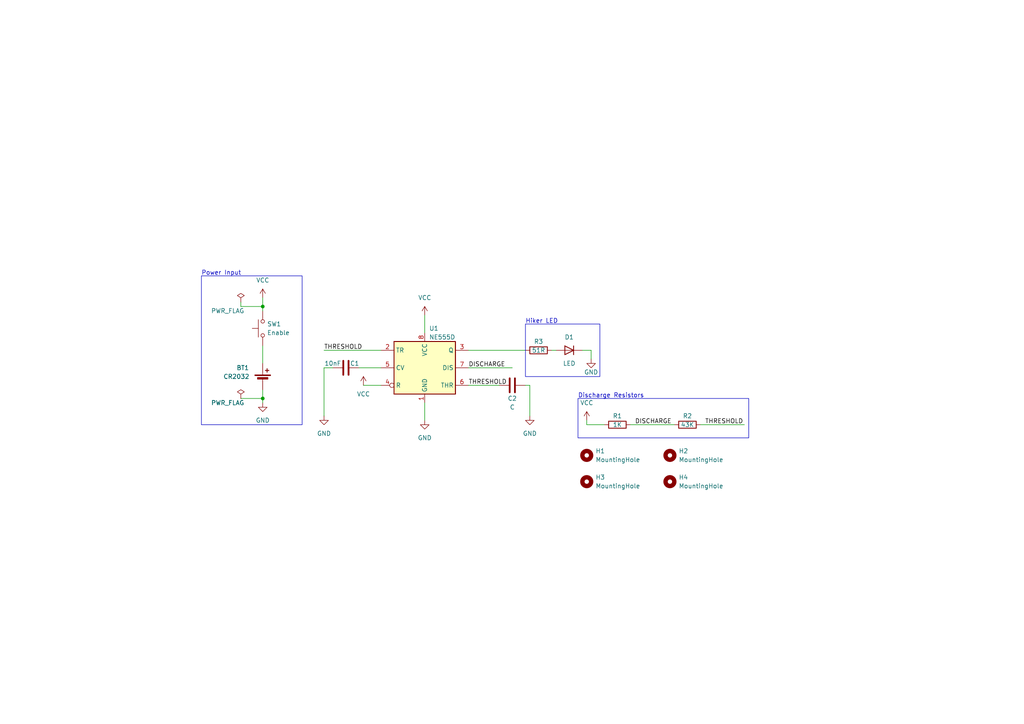
<source format=kicad_sch>
(kicad_sch (version 20230121) (generator eeschema)

  (uuid f8c4f026-262c-4bf8-b55b-be60c602777d)

  (paper "A4")

  (lib_symbols
    (symbol "Device:Battery_Cell" (pin_numbers hide) (pin_names (offset 0) hide) (in_bom yes) (on_board yes)
      (property "Reference" "BT" (at 2.54 2.54 0)
        (effects (font (size 1.27 1.27)) (justify left))
      )
      (property "Value" "Battery_Cell" (at 2.54 0 0)
        (effects (font (size 1.27 1.27)) (justify left))
      )
      (property "Footprint" "" (at 0 1.524 90)
        (effects (font (size 1.27 1.27)) hide)
      )
      (property "Datasheet" "~" (at 0 1.524 90)
        (effects (font (size 1.27 1.27)) hide)
      )
      (property "ki_keywords" "battery cell" (at 0 0 0)
        (effects (font (size 1.27 1.27)) hide)
      )
      (property "ki_description" "Single-cell battery" (at 0 0 0)
        (effects (font (size 1.27 1.27)) hide)
      )
      (symbol "Battery_Cell_0_1"
        (rectangle (start -2.286 1.778) (end 2.286 1.524)
          (stroke (width 0) (type default))
          (fill (type outline))
        )
        (rectangle (start -1.524 1.016) (end 1.524 0.508)
          (stroke (width 0) (type default))
          (fill (type outline))
        )
        (polyline
          (pts
            (xy 0 0.762)
            (xy 0 0)
          )
          (stroke (width 0) (type default))
          (fill (type none))
        )
        (polyline
          (pts
            (xy 0 1.778)
            (xy 0 2.54)
          )
          (stroke (width 0) (type default))
          (fill (type none))
        )
        (polyline
          (pts
            (xy 0.762 3.048)
            (xy 1.778 3.048)
          )
          (stroke (width 0.254) (type default))
          (fill (type none))
        )
        (polyline
          (pts
            (xy 1.27 3.556)
            (xy 1.27 2.54)
          )
          (stroke (width 0.254) (type default))
          (fill (type none))
        )
      )
      (symbol "Battery_Cell_1_1"
        (pin passive line (at 0 5.08 270) (length 2.54)
          (name "+" (effects (font (size 1.27 1.27))))
          (number "1" (effects (font (size 1.27 1.27))))
        )
        (pin passive line (at 0 -2.54 90) (length 2.54)
          (name "-" (effects (font (size 1.27 1.27))))
          (number "2" (effects (font (size 1.27 1.27))))
        )
      )
    )
    (symbol "Device:C" (pin_numbers hide) (pin_names (offset 0.254)) (in_bom yes) (on_board yes)
      (property "Reference" "C" (at 0.635 2.54 0)
        (effects (font (size 1.27 1.27)) (justify left))
      )
      (property "Value" "C" (at 0.635 -2.54 0)
        (effects (font (size 1.27 1.27)) (justify left))
      )
      (property "Footprint" "" (at 0.9652 -3.81 0)
        (effects (font (size 1.27 1.27)) hide)
      )
      (property "Datasheet" "~" (at 0 0 0)
        (effects (font (size 1.27 1.27)) hide)
      )
      (property "ki_keywords" "cap capacitor" (at 0 0 0)
        (effects (font (size 1.27 1.27)) hide)
      )
      (property "ki_description" "Unpolarized capacitor" (at 0 0 0)
        (effects (font (size 1.27 1.27)) hide)
      )
      (property "ki_fp_filters" "C_*" (at 0 0 0)
        (effects (font (size 1.27 1.27)) hide)
      )
      (symbol "C_0_1"
        (polyline
          (pts
            (xy -2.032 -0.762)
            (xy 2.032 -0.762)
          )
          (stroke (width 0.508) (type default))
          (fill (type none))
        )
        (polyline
          (pts
            (xy -2.032 0.762)
            (xy 2.032 0.762)
          )
          (stroke (width 0.508) (type default))
          (fill (type none))
        )
      )
      (symbol "C_1_1"
        (pin passive line (at 0 3.81 270) (length 2.794)
          (name "~" (effects (font (size 1.27 1.27))))
          (number "1" (effects (font (size 1.27 1.27))))
        )
        (pin passive line (at 0 -3.81 90) (length 2.794)
          (name "~" (effects (font (size 1.27 1.27))))
          (number "2" (effects (font (size 1.27 1.27))))
        )
      )
    )
    (symbol "Device:D" (pin_numbers hide) (pin_names (offset 1.016) hide) (in_bom yes) (on_board yes)
      (property "Reference" "D" (at 0 2.54 0)
        (effects (font (size 1.27 1.27)))
      )
      (property "Value" "D" (at 0 -2.54 0)
        (effects (font (size 1.27 1.27)))
      )
      (property "Footprint" "" (at 0 0 0)
        (effects (font (size 1.27 1.27)) hide)
      )
      (property "Datasheet" "~" (at 0 0 0)
        (effects (font (size 1.27 1.27)) hide)
      )
      (property "Sim.Device" "D" (at 0 0 0)
        (effects (font (size 1.27 1.27)) hide)
      )
      (property "Sim.Pins" "1=K 2=A" (at 0 0 0)
        (effects (font (size 1.27 1.27)) hide)
      )
      (property "ki_keywords" "diode" (at 0 0 0)
        (effects (font (size 1.27 1.27)) hide)
      )
      (property "ki_description" "Diode" (at 0 0 0)
        (effects (font (size 1.27 1.27)) hide)
      )
      (property "ki_fp_filters" "TO-???* *_Diode_* *SingleDiode* D_*" (at 0 0 0)
        (effects (font (size 1.27 1.27)) hide)
      )
      (symbol "D_0_1"
        (polyline
          (pts
            (xy -1.27 1.27)
            (xy -1.27 -1.27)
          )
          (stroke (width 0.254) (type default))
          (fill (type none))
        )
        (polyline
          (pts
            (xy 1.27 0)
            (xy -1.27 0)
          )
          (stroke (width 0) (type default))
          (fill (type none))
        )
        (polyline
          (pts
            (xy 1.27 1.27)
            (xy 1.27 -1.27)
            (xy -1.27 0)
            (xy 1.27 1.27)
          )
          (stroke (width 0.254) (type default))
          (fill (type none))
        )
      )
      (symbol "D_1_1"
        (pin passive line (at -3.81 0 0) (length 2.54)
          (name "K" (effects (font (size 1.27 1.27))))
          (number "1" (effects (font (size 1.27 1.27))))
        )
        (pin passive line (at 3.81 0 180) (length 2.54)
          (name "A" (effects (font (size 1.27 1.27))))
          (number "2" (effects (font (size 1.27 1.27))))
        )
      )
    )
    (symbol "Device:R" (pin_numbers hide) (pin_names (offset 0)) (in_bom yes) (on_board yes)
      (property "Reference" "R" (at 2.032 0 90)
        (effects (font (size 1.27 1.27)))
      )
      (property "Value" "R" (at 0 0 90)
        (effects (font (size 1.27 1.27)))
      )
      (property "Footprint" "" (at -1.778 0 90)
        (effects (font (size 1.27 1.27)) hide)
      )
      (property "Datasheet" "~" (at 0 0 0)
        (effects (font (size 1.27 1.27)) hide)
      )
      (property "ki_keywords" "R res resistor" (at 0 0 0)
        (effects (font (size 1.27 1.27)) hide)
      )
      (property "ki_description" "Resistor" (at 0 0 0)
        (effects (font (size 1.27 1.27)) hide)
      )
      (property "ki_fp_filters" "R_*" (at 0 0 0)
        (effects (font (size 1.27 1.27)) hide)
      )
      (symbol "R_0_1"
        (rectangle (start -1.016 -2.54) (end 1.016 2.54)
          (stroke (width 0.254) (type default))
          (fill (type none))
        )
      )
      (symbol "R_1_1"
        (pin passive line (at 0 3.81 270) (length 1.27)
          (name "~" (effects (font (size 1.27 1.27))))
          (number "1" (effects (font (size 1.27 1.27))))
        )
        (pin passive line (at 0 -3.81 90) (length 1.27)
          (name "~" (effects (font (size 1.27 1.27))))
          (number "2" (effects (font (size 1.27 1.27))))
        )
      )
    )
    (symbol "Mechanical:MountingHole" (pin_names (offset 1.016)) (in_bom yes) (on_board yes)
      (property "Reference" "H" (at 0 5.08 0)
        (effects (font (size 1.27 1.27)))
      )
      (property "Value" "MountingHole" (at 0 3.175 0)
        (effects (font (size 1.27 1.27)))
      )
      (property "Footprint" "" (at 0 0 0)
        (effects (font (size 1.27 1.27)) hide)
      )
      (property "Datasheet" "~" (at 0 0 0)
        (effects (font (size 1.27 1.27)) hide)
      )
      (property "ki_keywords" "mounting hole" (at 0 0 0)
        (effects (font (size 1.27 1.27)) hide)
      )
      (property "ki_description" "Mounting Hole without connection" (at 0 0 0)
        (effects (font (size 1.27 1.27)) hide)
      )
      (property "ki_fp_filters" "MountingHole*" (at 0 0 0)
        (effects (font (size 1.27 1.27)) hide)
      )
      (symbol "MountingHole_0_1"
        (circle (center 0 0) (radius 1.27)
          (stroke (width 1.27) (type default))
          (fill (type none))
        )
      )
    )
    (symbol "Switch:SW_Push" (pin_numbers hide) (pin_names (offset 1.016) hide) (in_bom yes) (on_board yes)
      (property "Reference" "SW" (at 1.27 2.54 0)
        (effects (font (size 1.27 1.27)) (justify left))
      )
      (property "Value" "SW_Push" (at 0 -1.524 0)
        (effects (font (size 1.27 1.27)))
      )
      (property "Footprint" "" (at 0 5.08 0)
        (effects (font (size 1.27 1.27)) hide)
      )
      (property "Datasheet" "~" (at 0 5.08 0)
        (effects (font (size 1.27 1.27)) hide)
      )
      (property "ki_keywords" "switch normally-open pushbutton push-button" (at 0 0 0)
        (effects (font (size 1.27 1.27)) hide)
      )
      (property "ki_description" "Push button switch, generic, two pins" (at 0 0 0)
        (effects (font (size 1.27 1.27)) hide)
      )
      (symbol "SW_Push_0_1"
        (circle (center -2.032 0) (radius 0.508)
          (stroke (width 0) (type default))
          (fill (type none))
        )
        (polyline
          (pts
            (xy 0 1.27)
            (xy 0 3.048)
          )
          (stroke (width 0) (type default))
          (fill (type none))
        )
        (polyline
          (pts
            (xy 2.54 1.27)
            (xy -2.54 1.27)
          )
          (stroke (width 0) (type default))
          (fill (type none))
        )
        (circle (center 2.032 0) (radius 0.508)
          (stroke (width 0) (type default))
          (fill (type none))
        )
        (pin passive line (at -5.08 0 0) (length 2.54)
          (name "1" (effects (font (size 1.27 1.27))))
          (number "1" (effects (font (size 1.27 1.27))))
        )
        (pin passive line (at 5.08 0 180) (length 2.54)
          (name "2" (effects (font (size 1.27 1.27))))
          (number "2" (effects (font (size 1.27 1.27))))
        )
      )
    )
    (symbol "Timer:NE555D" (in_bom yes) (on_board yes)
      (property "Reference" "U" (at -10.16 8.89 0)
        (effects (font (size 1.27 1.27)) (justify left))
      )
      (property "Value" "NE555D" (at 2.54 8.89 0)
        (effects (font (size 1.27 1.27)) (justify left))
      )
      (property "Footprint" "Package_SO:SOIC-8_3.9x4.9mm_P1.27mm" (at 21.59 -10.16 0)
        (effects (font (size 1.27 1.27)) hide)
      )
      (property "Datasheet" "http://www.ti.com/lit/ds/symlink/ne555.pdf" (at 21.59 -10.16 0)
        (effects (font (size 1.27 1.27)) hide)
      )
      (property "ki_keywords" "single timer 555" (at 0 0 0)
        (effects (font (size 1.27 1.27)) hide)
      )
      (property "ki_description" "Precision Timers, 555 compatible, SOIC-8" (at 0 0 0)
        (effects (font (size 1.27 1.27)) hide)
      )
      (property "ki_fp_filters" "SOIC*3.9x4.9mm*P1.27mm*" (at 0 0 0)
        (effects (font (size 1.27 1.27)) hide)
      )
      (symbol "NE555D_0_0"
        (pin power_in line (at 0 -10.16 90) (length 2.54)
          (name "GND" (effects (font (size 1.27 1.27))))
          (number "1" (effects (font (size 1.27 1.27))))
        )
        (pin power_in line (at 0 10.16 270) (length 2.54)
          (name "VCC" (effects (font (size 1.27 1.27))))
          (number "8" (effects (font (size 1.27 1.27))))
        )
      )
      (symbol "NE555D_0_1"
        (rectangle (start -8.89 -7.62) (end 8.89 7.62)
          (stroke (width 0.254) (type default))
          (fill (type background))
        )
        (rectangle (start -8.89 -7.62) (end 8.89 7.62)
          (stroke (width 0.254) (type default))
          (fill (type background))
        )
      )
      (symbol "NE555D_1_1"
        (pin input line (at -12.7 5.08 0) (length 3.81)
          (name "TR" (effects (font (size 1.27 1.27))))
          (number "2" (effects (font (size 1.27 1.27))))
        )
        (pin output line (at 12.7 5.08 180) (length 3.81)
          (name "Q" (effects (font (size 1.27 1.27))))
          (number "3" (effects (font (size 1.27 1.27))))
        )
        (pin input inverted (at -12.7 -5.08 0) (length 3.81)
          (name "R" (effects (font (size 1.27 1.27))))
          (number "4" (effects (font (size 1.27 1.27))))
        )
        (pin input line (at -12.7 0 0) (length 3.81)
          (name "CV" (effects (font (size 1.27 1.27))))
          (number "5" (effects (font (size 1.27 1.27))))
        )
        (pin input line (at 12.7 -5.08 180) (length 3.81)
          (name "THR" (effects (font (size 1.27 1.27))))
          (number "6" (effects (font (size 1.27 1.27))))
        )
        (pin input line (at 12.7 0 180) (length 3.81)
          (name "DIS" (effects (font (size 1.27 1.27))))
          (number "7" (effects (font (size 1.27 1.27))))
        )
      )
    )
    (symbol "power:GND" (power) (pin_names (offset 0)) (in_bom yes) (on_board yes)
      (property "Reference" "#PWR" (at 0 -6.35 0)
        (effects (font (size 1.27 1.27)) hide)
      )
      (property "Value" "GND" (at 0 -3.81 0)
        (effects (font (size 1.27 1.27)))
      )
      (property "Footprint" "" (at 0 0 0)
        (effects (font (size 1.27 1.27)) hide)
      )
      (property "Datasheet" "" (at 0 0 0)
        (effects (font (size 1.27 1.27)) hide)
      )
      (property "ki_keywords" "global power" (at 0 0 0)
        (effects (font (size 1.27 1.27)) hide)
      )
      (property "ki_description" "Power symbol creates a global label with name \"GND\" , ground" (at 0 0 0)
        (effects (font (size 1.27 1.27)) hide)
      )
      (symbol "GND_0_1"
        (polyline
          (pts
            (xy 0 0)
            (xy 0 -1.27)
            (xy 1.27 -1.27)
            (xy 0 -2.54)
            (xy -1.27 -1.27)
            (xy 0 -1.27)
          )
          (stroke (width 0) (type default))
          (fill (type none))
        )
      )
      (symbol "GND_1_1"
        (pin power_in line (at 0 0 270) (length 0) hide
          (name "GND" (effects (font (size 1.27 1.27))))
          (number "1" (effects (font (size 1.27 1.27))))
        )
      )
    )
    (symbol "power:PWR_FLAG" (power) (pin_numbers hide) (pin_names (offset 0) hide) (in_bom yes) (on_board yes)
      (property "Reference" "#FLG" (at 0 1.905 0)
        (effects (font (size 1.27 1.27)) hide)
      )
      (property "Value" "PWR_FLAG" (at 0 3.81 0)
        (effects (font (size 1.27 1.27)))
      )
      (property "Footprint" "" (at 0 0 0)
        (effects (font (size 1.27 1.27)) hide)
      )
      (property "Datasheet" "~" (at 0 0 0)
        (effects (font (size 1.27 1.27)) hide)
      )
      (property "ki_keywords" "flag power" (at 0 0 0)
        (effects (font (size 1.27 1.27)) hide)
      )
      (property "ki_description" "Special symbol for telling ERC where power comes from" (at 0 0 0)
        (effects (font (size 1.27 1.27)) hide)
      )
      (symbol "PWR_FLAG_0_0"
        (pin power_out line (at 0 0 90) (length 0)
          (name "pwr" (effects (font (size 1.27 1.27))))
          (number "1" (effects (font (size 1.27 1.27))))
        )
      )
      (symbol "PWR_FLAG_0_1"
        (polyline
          (pts
            (xy 0 0)
            (xy 0 1.27)
            (xy -1.016 1.905)
            (xy 0 2.54)
            (xy 1.016 1.905)
            (xy 0 1.27)
          )
          (stroke (width 0) (type default))
          (fill (type none))
        )
      )
    )
    (symbol "power:VCC" (power) (pin_names (offset 0)) (in_bom yes) (on_board yes)
      (property "Reference" "#PWR" (at 0 -3.81 0)
        (effects (font (size 1.27 1.27)) hide)
      )
      (property "Value" "VCC" (at 0 3.81 0)
        (effects (font (size 1.27 1.27)))
      )
      (property "Footprint" "" (at 0 0 0)
        (effects (font (size 1.27 1.27)) hide)
      )
      (property "Datasheet" "" (at 0 0 0)
        (effects (font (size 1.27 1.27)) hide)
      )
      (property "ki_keywords" "global power" (at 0 0 0)
        (effects (font (size 1.27 1.27)) hide)
      )
      (property "ki_description" "Power symbol creates a global label with name \"VCC\"" (at 0 0 0)
        (effects (font (size 1.27 1.27)) hide)
      )
      (symbol "VCC_0_1"
        (polyline
          (pts
            (xy -0.762 1.27)
            (xy 0 2.54)
          )
          (stroke (width 0) (type default))
          (fill (type none))
        )
        (polyline
          (pts
            (xy 0 0)
            (xy 0 2.54)
          )
          (stroke (width 0) (type default))
          (fill (type none))
        )
        (polyline
          (pts
            (xy 0 2.54)
            (xy 0.762 1.27)
          )
          (stroke (width 0) (type default))
          (fill (type none))
        )
      )
      (symbol "VCC_1_1"
        (pin power_in line (at 0 0 90) (length 0) hide
          (name "VCC" (effects (font (size 1.27 1.27))))
          (number "1" (effects (font (size 1.27 1.27))))
        )
      )
    )
  )

  (junction (at 76.2 88.9) (diameter 0) (color 0 0 0 0)
    (uuid 61270358-d4b0-4307-b8db-eb842839dc9a)
  )
  (junction (at 76.2 115.57) (diameter 0) (color 0 0 0 0)
    (uuid f18c4b08-babc-4957-9a7c-6a76b7126d97)
  )

  (wire (pts (xy 105.41 111.76) (xy 110.49 111.76))
    (stroke (width 0) (type default))
    (uuid 0e4c643e-6348-495c-8b81-2121f472027d)
  )
  (wire (pts (xy 76.2 115.57) (xy 76.2 116.84))
    (stroke (width 0) (type default))
    (uuid 1e56bfae-dbc0-4eb6-8a3a-9f2868281849)
  )
  (wire (pts (xy 104.14 106.68) (xy 110.49 106.68))
    (stroke (width 0) (type default))
    (uuid 20b5456a-2384-4a68-931a-090ecab96d16)
  )
  (wire (pts (xy 76.2 86.36) (xy 76.2 88.9))
    (stroke (width 0) (type default))
    (uuid 29b00309-db6e-43bf-b05e-76ac350a5f64)
  )
  (wire (pts (xy 123.19 116.84) (xy 123.19 121.92))
    (stroke (width 0) (type default))
    (uuid 2acb41d3-61eb-4ba4-9c62-e8858f3030c4)
  )
  (wire (pts (xy 93.98 106.68) (xy 93.98 120.65))
    (stroke (width 0) (type default))
    (uuid 2bc823c3-02b8-41a4-9fe7-2ee2a3fc324e)
  )
  (wire (pts (xy 170.18 123.19) (xy 170.18 121.92))
    (stroke (width 0) (type default))
    (uuid 2c991b96-dccd-45f9-9d2e-a97f98d14caf)
  )
  (wire (pts (xy 76.2 88.9) (xy 76.2 90.17))
    (stroke (width 0) (type default))
    (uuid 39035f68-2c1c-45bd-b637-6f1035512eae)
  )
  (wire (pts (xy 171.45 101.6) (xy 171.45 104.14))
    (stroke (width 0) (type default))
    (uuid 391a40df-9b9c-4c1e-b4c0-351d1f332712)
  )
  (wire (pts (xy 152.4 111.76) (xy 153.67 111.76))
    (stroke (width 0) (type default))
    (uuid 3dfe17df-f0f0-448b-8cb7-06913adf7d14)
  )
  (wire (pts (xy 168.91 101.6) (xy 171.45 101.6))
    (stroke (width 0) (type default))
    (uuid 3e0b2313-1c80-4f95-aa9c-5de3c9306d2e)
  )
  (wire (pts (xy 93.98 101.6) (xy 110.49 101.6))
    (stroke (width 0) (type default))
    (uuid 3e18386f-577e-4e52-a027-a75987879f63)
  )
  (wire (pts (xy 76.2 113.03) (xy 76.2 115.57))
    (stroke (width 0) (type default))
    (uuid 5b680a24-9119-4b66-8334-209ebc5e7a61)
  )
  (wire (pts (xy 69.85 88.9) (xy 76.2 88.9))
    (stroke (width 0) (type default))
    (uuid 6249252f-e0f1-4d2b-a57e-b096670d4f46)
  )
  (wire (pts (xy 123.19 91.44) (xy 123.19 96.52))
    (stroke (width 0) (type default))
    (uuid 6421bbe6-b9db-4d7f-834d-a8dea35b69e9)
  )
  (wire (pts (xy 203.2 123.19) (xy 215.9 123.19))
    (stroke (width 0) (type default))
    (uuid 67064529-e6e3-4a79-b0ca-0ba1750f4c80)
  )
  (wire (pts (xy 135.89 106.68) (xy 148.59 106.68))
    (stroke (width 0) (type default))
    (uuid 711de052-5aaf-46eb-959d-6cf92dc9a268)
  )
  (wire (pts (xy 135.89 101.6) (xy 152.4 101.6))
    (stroke (width 0) (type default))
    (uuid 7cbcf237-a526-4a33-a6e2-ab229e6c8840)
  )
  (wire (pts (xy 160.02 101.6) (xy 161.29 101.6))
    (stroke (width 0) (type default))
    (uuid 92f1b834-b091-442b-b267-f792017edf84)
  )
  (wire (pts (xy 69.85 87.63) (xy 69.85 88.9))
    (stroke (width 0) (type default))
    (uuid a7751f33-2f7b-4633-b13c-a83ee375f5c4)
  )
  (wire (pts (xy 153.67 111.76) (xy 153.67 120.65))
    (stroke (width 0) (type default))
    (uuid ab3103b0-1167-4ad7-be3c-847d6b517bf5)
  )
  (wire (pts (xy 96.52 106.68) (xy 93.98 106.68))
    (stroke (width 0) (type default))
    (uuid bc842658-99fc-440c-98de-7e8ef4bb3459)
  )
  (wire (pts (xy 69.85 115.57) (xy 76.2 115.57))
    (stroke (width 0) (type default))
    (uuid c06d292e-304f-43b3-9421-826b8cf5268f)
  )
  (wire (pts (xy 76.2 100.33) (xy 76.2 105.41))
    (stroke (width 0) (type default))
    (uuid c87fbfd0-fea9-46f8-9b6b-0ce57a7793f6)
  )
  (wire (pts (xy 182.88 123.19) (xy 195.58 123.19))
    (stroke (width 0) (type default))
    (uuid ddb245bc-af19-4a7d-8c07-6503a7062258)
  )
  (wire (pts (xy 175.26 123.19) (xy 170.18 123.19))
    (stroke (width 0) (type default))
    (uuid def6d971-7a87-4189-a151-cca1ca0c50a4)
  )
  (wire (pts (xy 135.89 111.76) (xy 144.78 111.76))
    (stroke (width 0) (type default))
    (uuid ed867fd3-5852-4903-b7e3-36ce3b50525c)
  )

  (rectangle (start 167.64 115.57) (end 217.17 127)
    (stroke (width 0) (type default))
    (fill (type none))
    (uuid 1968f8da-3e40-4d3d-80ac-d1831bad69dc)
  )
  (rectangle (start 152.4 93.98) (end 173.99 109.22)
    (stroke (width 0) (type default))
    (fill (type none))
    (uuid d26b0d26-3709-48ce-bbb7-ef8c1a061164)
  )
  (rectangle (start 58.42 80.01) (end 87.63 123.19)
    (stroke (width 0) (type default))
    (fill (type none))
    (uuid eb373faf-cfb6-4167-80b3-94a3dd87b09e)
  )

  (text "Power Input" (at 58.42 80.01 0)
    (effects (font (size 1.27 1.27)) (justify left bottom))
    (uuid 66b79370-4391-47f5-a3a2-6da5bbd82171)
  )
  (text "Hiker LED\n" (at 152.4 93.98 0)
    (effects (font (size 1.27 1.27)) (justify left bottom))
    (uuid 9588c821-1b20-496f-8f22-53648da3c4c2)
  )
  (text "Discharge Resistors" (at 167.64 115.57 0)
    (effects (font (size 1.27 1.27)) (justify left bottom))
    (uuid a8e20ccf-4609-4eca-b7e4-634056a2b844)
  )

  (label "THRESHOLD" (at 204.47 123.19 0) (fields_autoplaced)
    (effects (font (size 1.27 1.27)) (justify left bottom))
    (uuid 205e27e3-3b0c-40c5-994c-99060e53f4f6)
  )
  (label "DISCHARGE" (at 184.15 123.19 0) (fields_autoplaced)
    (effects (font (size 1.27 1.27)) (justify left bottom))
    (uuid 39de820f-c986-46bf-b28b-a000a377e917)
  )
  (label "THRESHOLD" (at 93.98 101.6 0) (fields_autoplaced)
    (effects (font (size 1.27 1.27)) (justify left bottom))
    (uuid ca9b2381-54af-41d9-851d-b9967f915277)
  )
  (label "DISCHARGE" (at 135.89 106.68 0) (fields_autoplaced)
    (effects (font (size 1.27 1.27)) (justify left bottom))
    (uuid e8536610-8db9-48ad-a9b9-46dc3a9a7919)
  )
  (label "THRESHOLD" (at 135.89 111.76 0) (fields_autoplaced)
    (effects (font (size 1.27 1.27)) (justify left bottom))
    (uuid f3449a28-9d07-4022-b902-4a21069e2d8a)
  )

  (symbol (lib_id "Mechanical:MountingHole") (at 170.18 139.7 0) (unit 1)
    (in_bom yes) (on_board yes) (dnp no) (fields_autoplaced)
    (uuid 0ed0283d-c17d-4756-928d-b6df9d03c9d0)
    (property "Reference" "H3" (at 172.72 138.43 0)
      (effects (font (size 1.27 1.27)) (justify left))
    )
    (property "Value" "MountingHole" (at 172.72 140.97 0)
      (effects (font (size 1.27 1.27)) (justify left))
    )
    (property "Footprint" "MountingHole:MountingHole_3.2mm_M3" (at 170.18 139.7 0)
      (effects (font (size 1.27 1.27)) hide)
    )
    (property "Datasheet" "~" (at 170.18 139.7 0)
      (effects (font (size 1.27 1.27)) hide)
    )
    (instances
      (project "Chapter07"
        (path "/f8c4f026-262c-4bf8-b55b-be60c602777d"
          (reference "H3") (unit 1)
        )
      )
    )
  )

  (symbol (lib_id "Switch:SW_Push") (at 76.2 95.25 90) (unit 1)
    (in_bom yes) (on_board yes) (dnp no) (fields_autoplaced)
    (uuid 19f50415-eedb-4149-9a03-fbb3257a1ac5)
    (property "Reference" "SW1" (at 77.47 93.98 90)
      (effects (font (size 1.27 1.27)) (justify right))
    )
    (property "Value" "Enable" (at 77.47 96.52 90)
      (effects (font (size 1.27 1.27)) (justify right))
    )
    (property "Footprint" "Button_Switch_SMD:SW_Push_1P1T_XKB_TS-1187A" (at 71.12 95.25 0)
      (effects (font (size 1.27 1.27)) hide)
    )
    (property "Datasheet" "~" (at 71.12 95.25 0)
      (effects (font (size 1.27 1.27)) hide)
    )
    (pin "2" (uuid e894ff87-c31d-4d20-8102-cfdd1327a4b9))
    (pin "1" (uuid 3959251e-9270-42ff-893b-e147428c4143))
    (instances
      (project "Chapter07"
        (path "/f8c4f026-262c-4bf8-b55b-be60c602777d"
          (reference "SW1") (unit 1)
        )
      )
    )
  )

  (symbol (lib_id "Device:D") (at 165.1 101.6 0) (mirror y) (unit 1)
    (in_bom yes) (on_board yes) (dnp no)
    (uuid 1de1b23e-f8f5-4b7d-b9c5-b0a3924ff59a)
    (property "Reference" "D1" (at 165.1 97.79 0)
      (effects (font (size 1.27 1.27)))
    )
    (property "Value" "LED" (at 165.1 105.41 0)
      (effects (font (size 1.27 1.27)))
    )
    (property "Footprint" "LED_SMD:LED_0805_2012Metric" (at 165.1 101.6 0)
      (effects (font (size 1.27 1.27)) hide)
    )
    (property "Datasheet" "~" (at 165.1 101.6 0)
      (effects (font (size 1.27 1.27)) hide)
    )
    (property "Sim.Device" "D" (at 165.1 101.6 0)
      (effects (font (size 1.27 1.27)) hide)
    )
    (property "Sim.Pins" "1=K 2=A" (at 165.1 101.6 0)
      (effects (font (size 1.27 1.27)) hide)
    )
    (pin "1" (uuid d04bd813-7c2f-4fc3-8037-5de2a1218463))
    (pin "2" (uuid 12480560-e82f-48b0-a0a0-40c6366fb0da))
    (instances
      (project "Chapter07"
        (path "/f8c4f026-262c-4bf8-b55b-be60c602777d"
          (reference "D1") (unit 1)
        )
      )
    )
  )

  (symbol (lib_id "power:VCC") (at 123.19 91.44 0) (unit 1)
    (in_bom yes) (on_board yes) (dnp no)
    (uuid 1ffbe7b1-1ac9-4377-b5a0-dd19a444dc4c)
    (property "Reference" "#PWR05" (at 123.19 95.25 0)
      (effects (font (size 1.27 1.27)) hide)
    )
    (property "Value" "VCC" (at 123.19 86.36 0)
      (effects (font (size 1.27 1.27)))
    )
    (property "Footprint" "" (at 123.19 91.44 0)
      (effects (font (size 1.27 1.27)) hide)
    )
    (property "Datasheet" "" (at 123.19 91.44 0)
      (effects (font (size 1.27 1.27)) hide)
    )
    (pin "1" (uuid f05e91f0-fe07-4200-869f-23a04919a3c2))
    (instances
      (project "Chapter07"
        (path "/f8c4f026-262c-4bf8-b55b-be60c602777d"
          (reference "#PWR05") (unit 1)
        )
      )
    )
  )

  (symbol (lib_id "power:GND") (at 76.2 116.84 0) (unit 1)
    (in_bom yes) (on_board yes) (dnp no) (fields_autoplaced)
    (uuid 2b060f8b-4106-4609-b8f6-7b739d1672cc)
    (property "Reference" "#PWR02" (at 76.2 123.19 0)
      (effects (font (size 1.27 1.27)) hide)
    )
    (property "Value" "GND" (at 76.2 121.92 0)
      (effects (font (size 1.27 1.27)))
    )
    (property "Footprint" "" (at 76.2 116.84 0)
      (effects (font (size 1.27 1.27)) hide)
    )
    (property "Datasheet" "" (at 76.2 116.84 0)
      (effects (font (size 1.27 1.27)) hide)
    )
    (pin "1" (uuid 5bb5f3d4-e52f-4fb9-95a5-68e2b84ccab5))
    (instances
      (project "Chapter07"
        (path "/f8c4f026-262c-4bf8-b55b-be60c602777d"
          (reference "#PWR02") (unit 1)
        )
      )
    )
  )

  (symbol (lib_id "Device:Battery_Cell") (at 76.2 110.49 0) (unit 1)
    (in_bom yes) (on_board yes) (dnp no)
    (uuid 2ff3add1-ec7e-4a05-b335-9074f3b4e9e6)
    (property "Reference" "BT1" (at 68.58 106.68 0)
      (effects (font (size 1.27 1.27)) (justify left))
    )
    (property "Value" "CR2032" (at 64.77 109.22 0)
      (effects (font (size 1.27 1.27)) (justify left))
    )
    (property "Footprint" "Battery:BatteryHolder_Keystone_1060_1x2032" (at 76.2 108.966 90)
      (effects (font (size 1.27 1.27)) hide)
    )
    (property "Datasheet" "~" (at 76.2 108.966 90)
      (effects (font (size 1.27 1.27)) hide)
    )
    (pin "1" (uuid f7bb4be7-513a-4595-8afa-ed2550d56fe1))
    (pin "2" (uuid e682b573-37f5-46b5-abc2-41cb530d3480))
    (instances
      (project "Chapter07"
        (path "/f8c4f026-262c-4bf8-b55b-be60c602777d"
          (reference "BT1") (unit 1)
        )
      )
    )
  )

  (symbol (lib_id "Mechanical:MountingHole") (at 194.31 132.08 0) (unit 1)
    (in_bom yes) (on_board yes) (dnp no) (fields_autoplaced)
    (uuid 3b885791-6290-430d-8500-aab4a70c5140)
    (property "Reference" "H2" (at 196.85 130.81 0)
      (effects (font (size 1.27 1.27)) (justify left))
    )
    (property "Value" "MountingHole" (at 196.85 133.35 0)
      (effects (font (size 1.27 1.27)) (justify left))
    )
    (property "Footprint" "MountingHole:MountingHole_3.2mm_M3" (at 194.31 132.08 0)
      (effects (font (size 1.27 1.27)) hide)
    )
    (property "Datasheet" "~" (at 194.31 132.08 0)
      (effects (font (size 1.27 1.27)) hide)
    )
    (instances
      (project "Chapter07"
        (path "/f8c4f026-262c-4bf8-b55b-be60c602777d"
          (reference "H2") (unit 1)
        )
      )
    )
  )

  (symbol (lib_id "Timer:NE555D") (at 123.19 106.68 0) (unit 1)
    (in_bom yes) (on_board yes) (dnp no)
    (uuid 3c04d86e-c227-4362-a7ff-ba9fac6a4a79)
    (property "Reference" "U1" (at 124.46 95.25 0)
      (effects (font (size 1.27 1.27)) (justify left))
    )
    (property "Value" "NE555D" (at 124.46 97.79 0)
      (effects (font (size 1.27 1.27)) (justify left))
    )
    (property "Footprint" "Package_SO:SOIC-8_3.9x4.9mm_P1.27mm" (at 144.78 116.84 0)
      (effects (font (size 1.27 1.27)) hide)
    )
    (property "Datasheet" "http://www.ti.com/lit/ds/symlink/ne555.pdf" (at 144.78 116.84 0)
      (effects (font (size 1.27 1.27)) hide)
    )
    (pin "8" (uuid 3737c7f4-8fbf-4dc3-899b-425038fac742))
    (pin "5" (uuid f9e76110-6813-4f52-9e3b-43599a61cfcd))
    (pin "3" (uuid a82e37cd-6398-47ab-9b26-b9506f0b9d15))
    (pin "1" (uuid 6eb74eca-add9-41cd-9a2e-3d57f7b33307))
    (pin "6" (uuid 39c864a7-3a22-4f1f-8712-c512d02c7c47))
    (pin "2" (uuid c34a67d3-fddc-434f-ab26-80768e4045a0))
    (pin "7" (uuid 9191545f-20a4-48b0-a136-b5f0a612c698))
    (pin "4" (uuid ad9ad77c-7ebe-47cc-88f0-f0f2dbb376b3))
    (instances
      (project "Chapter07"
        (path "/f8c4f026-262c-4bf8-b55b-be60c602777d"
          (reference "U1") (unit 1)
        )
      )
    )
  )

  (symbol (lib_id "Device:R") (at 199.39 123.19 270) (unit 1)
    (in_bom yes) (on_board yes) (dnp no)
    (uuid 442f3d48-42be-4b52-ab60-67d8038c4488)
    (property "Reference" "R2" (at 199.39 120.65 90)
      (effects (font (size 1.27 1.27)))
    )
    (property "Value" "43K" (at 199.39 123.19 90)
      (effects (font (size 1.27 1.27)))
    )
    (property "Footprint" "Resistor_SMD:R_0805_2012Metric" (at 199.39 121.412 90)
      (effects (font (size 1.27 1.27)) hide)
    )
    (property "Datasheet" "~" (at 199.39 123.19 0)
      (effects (font (size 1.27 1.27)) hide)
    )
    (pin "2" (uuid 0c6fa803-902a-48f9-95c8-9d7e551583eb))
    (pin "1" (uuid d1c1e26c-f72a-456b-ae51-5fb92db45048))
    (instances
      (project "Chapter07"
        (path "/f8c4f026-262c-4bf8-b55b-be60c602777d"
          (reference "R2") (unit 1)
        )
      )
    )
  )

  (symbol (lib_id "Device:R") (at 179.07 123.19 90) (unit 1)
    (in_bom yes) (on_board yes) (dnp no)
    (uuid 4d8027d0-90b9-4d34-8343-2121d7fedcc2)
    (property "Reference" "R1" (at 179.07 120.65 90)
      (effects (font (size 1.27 1.27)))
    )
    (property "Value" "1K" (at 179.07 123.19 90)
      (effects (font (size 1.27 1.27)))
    )
    (property "Footprint" "Resistor_SMD:R_0805_2012Metric" (at 179.07 124.968 90)
      (effects (font (size 1.27 1.27)) hide)
    )
    (property "Datasheet" "~" (at 179.07 123.19 0)
      (effects (font (size 1.27 1.27)) hide)
    )
    (pin "2" (uuid 93943351-76d0-480a-80f3-2ffe271bbd93))
    (pin "1" (uuid a8ae11fb-3ec9-44ca-ad53-ff7e8d7d4308))
    (instances
      (project "Chapter07"
        (path "/f8c4f026-262c-4bf8-b55b-be60c602777d"
          (reference "R1") (unit 1)
        )
      )
    )
  )

  (symbol (lib_id "power:GND") (at 93.98 120.65 0) (unit 1)
    (in_bom yes) (on_board yes) (dnp no) (fields_autoplaced)
    (uuid 5331bbee-1220-44d0-878a-5959f8ffde6f)
    (property "Reference" "#PWR08" (at 93.98 127 0)
      (effects (font (size 1.27 1.27)) hide)
    )
    (property "Value" "GND" (at 93.98 125.73 0)
      (effects (font (size 1.27 1.27)))
    )
    (property "Footprint" "" (at 93.98 120.65 0)
      (effects (font (size 1.27 1.27)) hide)
    )
    (property "Datasheet" "" (at 93.98 120.65 0)
      (effects (font (size 1.27 1.27)) hide)
    )
    (pin "1" (uuid 051c49d4-deba-4f7e-be6d-91bac13d54c3))
    (instances
      (project "Chapter07"
        (path "/f8c4f026-262c-4bf8-b55b-be60c602777d"
          (reference "#PWR08") (unit 1)
        )
      )
    )
  )

  (symbol (lib_id "Device:C") (at 100.33 106.68 90) (unit 1)
    (in_bom yes) (on_board yes) (dnp no)
    (uuid 71f708ed-72b0-43d9-bd84-fef4a166482b)
    (property "Reference" "C1" (at 102.87 105.41 90)
      (effects (font (size 1.27 1.27)))
    )
    (property "Value" "10nF" (at 96.52 105.41 90)
      (effects (font (size 1.27 1.27)))
    )
    (property "Footprint" "Capacitor_SMD:C_0805_2012Metric" (at 104.14 105.7148 0)
      (effects (font (size 1.27 1.27)) hide)
    )
    (property "Datasheet" "~" (at 100.33 106.68 0)
      (effects (font (size 1.27 1.27)) hide)
    )
    (pin "2" (uuid 8c48a5f3-37ba-4663-bec4-0a40d4c8851b))
    (pin "1" (uuid f162e49f-a7bf-4537-905c-35c9e0d12c83))
    (instances
      (project "Chapter07"
        (path "/f8c4f026-262c-4bf8-b55b-be60c602777d"
          (reference "C1") (unit 1)
        )
      )
    )
  )

  (symbol (lib_id "power:VCC") (at 170.18 121.92 0) (unit 1)
    (in_bom yes) (on_board yes) (dnp no)
    (uuid 78369910-bf27-4a61-ab21-de8067f25e2a)
    (property "Reference" "#PWR09" (at 170.18 125.73 0)
      (effects (font (size 1.27 1.27)) hide)
    )
    (property "Value" "VCC" (at 170.18 116.84 0)
      (effects (font (size 1.27 1.27)))
    )
    (property "Footprint" "" (at 170.18 121.92 0)
      (effects (font (size 1.27 1.27)) hide)
    )
    (property "Datasheet" "" (at 170.18 121.92 0)
      (effects (font (size 1.27 1.27)) hide)
    )
    (pin "1" (uuid c5c32357-b965-4f79-b584-90cf5b47cd25))
    (instances
      (project "Chapter07"
        (path "/f8c4f026-262c-4bf8-b55b-be60c602777d"
          (reference "#PWR09") (unit 1)
        )
      )
    )
  )

  (symbol (lib_id "Mechanical:MountingHole") (at 194.31 139.7 0) (unit 1)
    (in_bom yes) (on_board yes) (dnp no) (fields_autoplaced)
    (uuid 88f359d8-2196-4566-b764-1d30def50eb1)
    (property "Reference" "H4" (at 196.85 138.43 0)
      (effects (font (size 1.27 1.27)) (justify left))
    )
    (property "Value" "MountingHole" (at 196.85 140.97 0)
      (effects (font (size 1.27 1.27)) (justify left))
    )
    (property "Footprint" "MountingHole:MountingHole_3.2mm_M3" (at 194.31 139.7 0)
      (effects (font (size 1.27 1.27)) hide)
    )
    (property "Datasheet" "~" (at 194.31 139.7 0)
      (effects (font (size 1.27 1.27)) hide)
    )
    (instances
      (project "Chapter07"
        (path "/f8c4f026-262c-4bf8-b55b-be60c602777d"
          (reference "H4") (unit 1)
        )
      )
    )
  )

  (symbol (lib_id "Device:R") (at 156.21 101.6 270) (unit 1)
    (in_bom yes) (on_board yes) (dnp no)
    (uuid 8998b4c2-8a77-4f3f-aa3f-cc6390dda48a)
    (property "Reference" "R3" (at 156.21 99.06 90)
      (effects (font (size 1.27 1.27)))
    )
    (property "Value" "51R" (at 156.21 101.6 90)
      (effects (font (size 1.27 1.27)))
    )
    (property "Footprint" "Resistor_SMD:R_0805_2012Metric" (at 156.21 99.822 90)
      (effects (font (size 1.27 1.27)) hide)
    )
    (property "Datasheet" "~" (at 156.21 101.6 0)
      (effects (font (size 1.27 1.27)) hide)
    )
    (pin "1" (uuid 7eea6742-769b-46d5-9c60-542f851309a3))
    (pin "2" (uuid 2d116432-e603-42b0-a56e-66ef1c31c27c))
    (instances
      (project "Chapter07"
        (path "/f8c4f026-262c-4bf8-b55b-be60c602777d"
          (reference "R3") (unit 1)
        )
      )
    )
  )

  (symbol (lib_id "power:PWR_FLAG") (at 69.85 115.57 0) (unit 1)
    (in_bom yes) (on_board yes) (dnp no)
    (uuid 8d2e7f7a-8f0b-4bba-a623-3b213d6aca6a)
    (property "Reference" "#FLG02" (at 69.85 113.665 0)
      (effects (font (size 1.27 1.27)) hide)
    )
    (property "Value" "PWR_FLAG" (at 66.04 116.84 0)
      (effects (font (size 1.27 1.27)))
    )
    (property "Footprint" "" (at 69.85 115.57 0)
      (effects (font (size 1.27 1.27)) hide)
    )
    (property "Datasheet" "~" (at 69.85 115.57 0)
      (effects (font (size 1.27 1.27)) hide)
    )
    (pin "1" (uuid 73d22cfc-29cb-4dc6-8271-7dc9bb347419))
    (instances
      (project "Chapter07"
        (path "/f8c4f026-262c-4bf8-b55b-be60c602777d"
          (reference "#FLG02") (unit 1)
        )
      )
    )
  )

  (symbol (lib_id "power:GND") (at 153.67 120.65 0) (unit 1)
    (in_bom yes) (on_board yes) (dnp no) (fields_autoplaced)
    (uuid a06c1d16-dc4a-4dda-8465-de05b3c03b77)
    (property "Reference" "#PWR03" (at 153.67 127 0)
      (effects (font (size 1.27 1.27)) hide)
    )
    (property "Value" "GND" (at 153.67 125.73 0)
      (effects (font (size 1.27 1.27)))
    )
    (property "Footprint" "" (at 153.67 120.65 0)
      (effects (font (size 1.27 1.27)) hide)
    )
    (property "Datasheet" "" (at 153.67 120.65 0)
      (effects (font (size 1.27 1.27)) hide)
    )
    (pin "1" (uuid 5c0b7191-68a3-4f27-b8d5-cb9791c25a92))
    (instances
      (project "Chapter07"
        (path "/f8c4f026-262c-4bf8-b55b-be60c602777d"
          (reference "#PWR03") (unit 1)
        )
      )
    )
  )

  (symbol (lib_id "power:VCC") (at 105.41 111.76 0) (unit 1)
    (in_bom yes) (on_board yes) (dnp no)
    (uuid ad72af2e-4628-4094-9a5b-de20ac8ee166)
    (property "Reference" "#PWR07" (at 105.41 115.57 0)
      (effects (font (size 1.27 1.27)) hide)
    )
    (property "Value" "VCC" (at 105.41 114.3 0)
      (effects (font (size 1.27 1.27)))
    )
    (property "Footprint" "" (at 105.41 111.76 0)
      (effects (font (size 1.27 1.27)) hide)
    )
    (property "Datasheet" "" (at 105.41 111.76 0)
      (effects (font (size 1.27 1.27)) hide)
    )
    (pin "1" (uuid a8af5d65-9a42-464c-80b6-a4a734195f77))
    (instances
      (project "Chapter07"
        (path "/f8c4f026-262c-4bf8-b55b-be60c602777d"
          (reference "#PWR07") (unit 1)
        )
      )
    )
  )

  (symbol (lib_id "power:GND") (at 123.19 121.92 0) (unit 1)
    (in_bom yes) (on_board yes) (dnp no) (fields_autoplaced)
    (uuid b56087db-37d6-49a7-88de-e62b520252bd)
    (property "Reference" "#PWR04" (at 123.19 128.27 0)
      (effects (font (size 1.27 1.27)) hide)
    )
    (property "Value" "GND" (at 123.19 127 0)
      (effects (font (size 1.27 1.27)))
    )
    (property "Footprint" "" (at 123.19 121.92 0)
      (effects (font (size 1.27 1.27)) hide)
    )
    (property "Datasheet" "" (at 123.19 121.92 0)
      (effects (font (size 1.27 1.27)) hide)
    )
    (pin "1" (uuid ef20be87-8c00-4591-b340-192e717543c1))
    (instances
      (project "Chapter07"
        (path "/f8c4f026-262c-4bf8-b55b-be60c602777d"
          (reference "#PWR04") (unit 1)
        )
      )
    )
  )

  (symbol (lib_id "power:VCC") (at 76.2 86.36 0) (unit 1)
    (in_bom yes) (on_board yes) (dnp no) (fields_autoplaced)
    (uuid b8b36e2a-2c74-47a2-ae77-b01bb7e86184)
    (property "Reference" "#PWR06" (at 76.2 90.17 0)
      (effects (font (size 1.27 1.27)) hide)
    )
    (property "Value" "VCC" (at 76.2 81.28 0)
      (effects (font (size 1.27 1.27)))
    )
    (property "Footprint" "" (at 76.2 86.36 0)
      (effects (font (size 1.27 1.27)) hide)
    )
    (property "Datasheet" "" (at 76.2 86.36 0)
      (effects (font (size 1.27 1.27)) hide)
    )
    (pin "1" (uuid c47577e7-dea2-4b94-9199-2af9eab41a70))
    (instances
      (project "Chapter07"
        (path "/f8c4f026-262c-4bf8-b55b-be60c602777d"
          (reference "#PWR06") (unit 1)
        )
      )
    )
  )

  (symbol (lib_id "Device:C") (at 148.59 111.76 90) (unit 1)
    (in_bom yes) (on_board yes) (dnp no)
    (uuid c5ed5a0b-5fb0-42fc-a162-af4ee82a2119)
    (property "Reference" "C2" (at 148.59 115.57 90)
      (effects (font (size 1.27 1.27)))
    )
    (property "Value" "C" (at 148.59 118.11 90)
      (effects (font (size 1.27 1.27)))
    )
    (property "Footprint" "Capacitor_SMD:C_1206_3216Metric" (at 152.4 110.7948 0)
      (effects (font (size 1.27 1.27)) hide)
    )
    (property "Datasheet" "~" (at 148.59 111.76 0)
      (effects (font (size 1.27 1.27)) hide)
    )
    (pin "1" (uuid 5de4ad73-d5a1-43a7-912a-2c361406f908))
    (pin "2" (uuid 2849ceff-db4c-4518-805a-104ff1740fd8))
    (instances
      (project "Chapter07"
        (path "/f8c4f026-262c-4bf8-b55b-be60c602777d"
          (reference "C2") (unit 1)
        )
      )
    )
  )

  (symbol (lib_id "power:GND") (at 171.45 104.14 0) (unit 1)
    (in_bom yes) (on_board yes) (dnp no)
    (uuid c6863ebc-338f-4a7c-b40c-e51241cf384a)
    (property "Reference" "#PWR01" (at 171.45 110.49 0)
      (effects (font (size 1.27 1.27)) hide)
    )
    (property "Value" "GND" (at 171.45 107.95 0)
      (effects (font (size 1.27 1.27)))
    )
    (property "Footprint" "" (at 171.45 104.14 0)
      (effects (font (size 1.27 1.27)) hide)
    )
    (property "Datasheet" "" (at 171.45 104.14 0)
      (effects (font (size 1.27 1.27)) hide)
    )
    (pin "1" (uuid 28f2b7b8-287c-45e6-89b6-459e12ca9d98))
    (instances
      (project "Chapter07"
        (path "/f8c4f026-262c-4bf8-b55b-be60c602777d"
          (reference "#PWR01") (unit 1)
        )
      )
    )
  )

  (symbol (lib_id "Mechanical:MountingHole") (at 170.18 132.08 0) (unit 1)
    (in_bom yes) (on_board yes) (dnp no) (fields_autoplaced)
    (uuid de56e718-21d5-42b4-9100-451f2b533b6f)
    (property "Reference" "H1" (at 172.72 130.81 0)
      (effects (font (size 1.27 1.27)) (justify left))
    )
    (property "Value" "MountingHole" (at 172.72 133.35 0)
      (effects (font (size 1.27 1.27)) (justify left))
    )
    (property "Footprint" "MountingHole:MountingHole_3.2mm_M3" (at 170.18 132.08 0)
      (effects (font (size 1.27 1.27)) hide)
    )
    (property "Datasheet" "~" (at 170.18 132.08 0)
      (effects (font (size 1.27 1.27)) hide)
    )
    (instances
      (project "Chapter07"
        (path "/f8c4f026-262c-4bf8-b55b-be60c602777d"
          (reference "H1") (unit 1)
        )
      )
    )
  )

  (symbol (lib_id "power:PWR_FLAG") (at 69.85 87.63 0) (unit 1)
    (in_bom yes) (on_board yes) (dnp no)
    (uuid f83acb01-2571-4166-8193-c85c907521f9)
    (property "Reference" "#FLG01" (at 69.85 85.725 0)
      (effects (font (size 1.27 1.27)) hide)
    )
    (property "Value" "PWR_FLAG" (at 66.04 90.17 0)
      (effects (font (size 1.27 1.27)))
    )
    (property "Footprint" "" (at 69.85 87.63 0)
      (effects (font (size 1.27 1.27)) hide)
    )
    (property "Datasheet" "~" (at 69.85 87.63 0)
      (effects (font (size 1.27 1.27)) hide)
    )
    (pin "1" (uuid be7b3390-a6d7-47ef-9b85-b0595dd3ce3f))
    (instances
      (project "Chapter07"
        (path "/f8c4f026-262c-4bf8-b55b-be60c602777d"
          (reference "#FLG01") (unit 1)
        )
      )
    )
  )

  (sheet_instances
    (path "/" (page "1"))
  )
)

</source>
